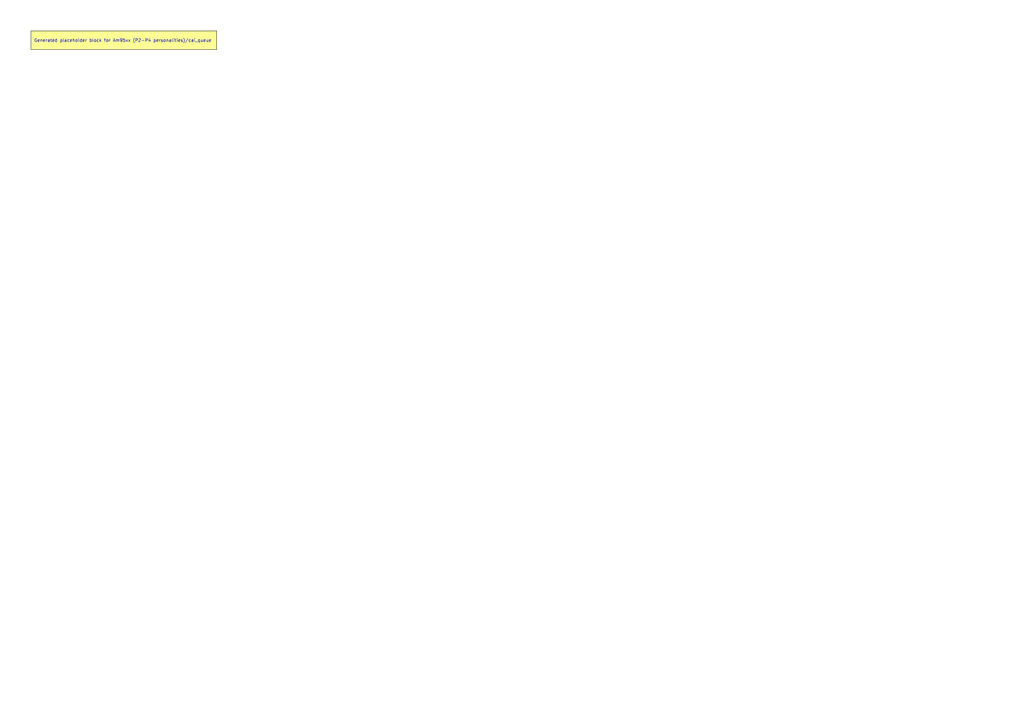
<source format=kicad_sch>
(kicad_sch
	(version 20250114)
	(generator "kicadgen")
	(generator_version "0.2")
	(uuid "aa255236-3a5f-5e3b-8128-d95192896b24")
	(paper "A3")
	(title_block
		(title "Am95xx (P2-P4 personalities)::cai_queue")
		(company "Project Carbon")
		(comment 1 "Generated - do not edit in generated/")
		(comment 2 "Edit in schem/kicad9/manual/ or refine mapping specs")
	)
	(lib_symbols)
	(text_box
		"Generated placeholder block for Am95xx (P2-P4 personalities)/cai_queue"
		(exclude_from_sim no)
		(at
			12.7
			12.7
			0
		)
		(size 76.2 7.62)
		(margins
			1.27
			1.27
			1.27
			1.27
		)
		(stroke
			(width 0)
			(type default)
			(color
				0
				0
				0
				1
			)
		)
		(fill
			(type color)
			(color
				255
				255
				150
				1
			)
		)
		(effects
			(font
				(size 1.27 1.27)
			)
			(justify left)
		)
		(uuid "1b59692c-c422-5af7-b011-b4a0a1e6bbc0")
	)
	(sheet_instances
		(path
			"/"
			(page "1")
		)
	)
	(embedded_fonts no)
)

</source>
